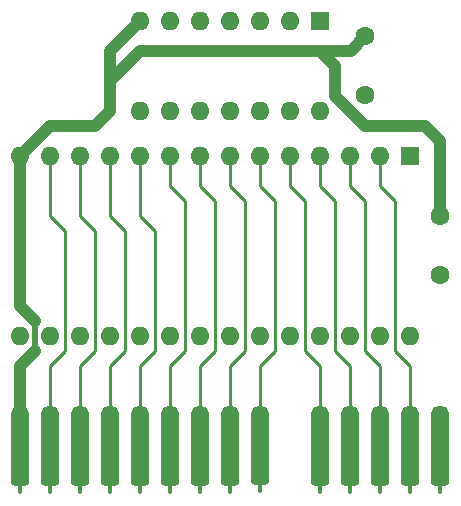
<source format=gbl>
%TF.GenerationSoftware,KiCad,Pcbnew,8.0.6+1*%
%TF.CreationDate,2024-12-12T19:08:46+01:00*%
%TF.ProjectId,full_rom,66756c6c-5f72-46f6-9d2e-6b696361645f,0*%
%TF.SameCoordinates,Original*%
%TF.FileFunction,Copper,L2,Bot*%
%TF.FilePolarity,Positive*%
%FSLAX46Y46*%
G04 Gerber Fmt 4.6, Leading zero omitted, Abs format (unit mm)*
G04 Created by KiCad (PCBNEW 8.0.6+1) date 2024-12-12 19:08:46*
%MOMM*%
%LPD*%
G01*
G04 APERTURE LIST*
G04 Aperture macros list*
%AMRoundRect*
0 Rectangle with rounded corners*
0 $1 Rounding radius*
0 $2 $3 $4 $5 $6 $7 $8 $9 X,Y pos of 4 corners*
0 Add a 4 corners polygon primitive as box body*
4,1,4,$2,$3,$4,$5,$6,$7,$8,$9,$2,$3,0*
0 Add four circle primitives for the rounded corners*
1,1,$1+$1,$2,$3*
1,1,$1+$1,$4,$5*
1,1,$1+$1,$6,$7*
1,1,$1+$1,$8,$9*
0 Add four rect primitives between the rounded corners*
20,1,$1+$1,$2,$3,$4,$5,0*
20,1,$1+$1,$4,$5,$6,$7,0*
20,1,$1+$1,$6,$7,$8,$9,0*
20,1,$1+$1,$8,$9,$2,$3,0*%
G04 Aperture macros list end*
%TA.AperFunction,EtchedComponent*%
%ADD10C,0.300000*%
%TD*%
%TA.AperFunction,ComponentPad*%
%ADD11R,1.600000X1.600000*%
%TD*%
%TA.AperFunction,ComponentPad*%
%ADD12O,1.600000X1.600000*%
%TD*%
%TA.AperFunction,ComponentPad*%
%ADD13C,1.600000*%
%TD*%
%TA.AperFunction,ConnectorPad*%
%ADD14RoundRect,0.762000X-0.000010X-1.738000X0.000010X-1.738000X0.000010X1.738000X-0.000010X1.738000X0*%
%TD*%
%TA.AperFunction,ConnectorPad*%
%ADD15RoundRect,0.228600X-0.533400X-2.271400X0.533400X-2.271400X0.533400X2.271400X-0.533400X2.271400X0*%
%TD*%
%TA.AperFunction,Conductor*%
%ADD16C,1.000000*%
%TD*%
%TA.AperFunction,Conductor*%
%ADD17C,0.500000*%
%TD*%
%TA.AperFunction,Conductor*%
%ADD18C,0.250000*%
%TD*%
%ADD19C,0.350000*%
G04 APERTURE END LIST*
D10*
%TO.C,J1*%
X2540000Y747400D02*
X2540000Y1357000D01*
X5080000Y747400D02*
X5080000Y1357000D01*
X7620000Y772800D02*
X7620000Y1382400D01*
X10160000Y747400D02*
X10160000Y1357000D01*
X12700000Y747400D02*
X12700000Y1382400D01*
X15240000Y772800D02*
X15240000Y1382400D01*
X17780000Y747400D02*
X17780000Y1357000D01*
X20320000Y772800D02*
X20320000Y1382400D01*
X22860000Y812800D02*
X22860000Y1397000D01*
X27940000Y772800D02*
X27940000Y1357000D01*
X30480000Y732800D02*
X30480000Y1270000D01*
X33020000Y732800D02*
X33020000Y1270000D01*
X35560000Y732800D02*
X35560000Y1317000D01*
X38100000Y747400D02*
X38100000Y1357000D01*
%TD*%
D11*
%TO.P,IC2,1,A15*%
%TO.N,/A15*%
X35560000Y29210000D03*
D12*
%TO.P,IC2,2,A12*%
%TO.N,/A12*%
X33020000Y29210000D03*
%TO.P,IC2,3,A7*%
%TO.N,/A7*%
X30480000Y29210000D03*
%TO.P,IC2,4,A6*%
%TO.N,/A6*%
X27940000Y29210000D03*
%TO.P,IC2,5,A5*%
%TO.N,/A5*%
X25400000Y29210000D03*
%TO.P,IC2,6,A4*%
%TO.N,/A4*%
X22860000Y29210000D03*
%TO.P,IC2,7,A3*%
%TO.N,/A3*%
X20320000Y29210000D03*
%TO.P,IC2,8,A2*%
%TO.N,/A2*%
X17780000Y29210000D03*
%TO.P,IC2,9,A1*%
%TO.N,/A1*%
X15240000Y29210000D03*
%TO.P,IC2,10,A0*%
%TO.N,/A0*%
X12700000Y29210000D03*
%TO.P,IC2,11,D0*%
%TO.N,/D0*%
X10160000Y29210000D03*
%TO.P,IC2,12,D1*%
%TO.N,/D1*%
X7620000Y29210000D03*
%TO.P,IC2,13,D2*%
%TO.N,/D2*%
X5080000Y29210000D03*
%TO.P,IC2,14,GND*%
%TO.N,GND*%
X2540000Y29210000D03*
%TO.P,IC2,15,D3*%
%TO.N,/D3*%
X2540000Y13970000D03*
%TO.P,IC2,16,D4*%
%TO.N,/D4*%
X5080000Y13970000D03*
%TO.P,IC2,17,D5*%
%TO.N,/D5*%
X7620000Y13970000D03*
%TO.P,IC2,18,D6*%
%TO.N,/D6*%
X10160000Y13970000D03*
%TO.P,IC2,19,D7*%
%TO.N,/D7*%
X12700000Y13970000D03*
%TO.P,IC2,20,~{CE}*%
%TO.N,/U_ROMOE*%
X15240000Y13970000D03*
%TO.P,IC2,21,A10*%
%TO.N,/A10*%
X17780000Y13970000D03*
%TO.P,IC2,22,~{OE/Vpp}*%
%TO.N,/U_ROMOE*%
X20320000Y13970000D03*
%TO.P,IC2,23,A11*%
%TO.N,/A11*%
X22860000Y13970000D03*
%TO.P,IC2,24,A9*%
%TO.N,/A9*%
X25400000Y13970000D03*
%TO.P,IC2,25,A8*%
%TO.N,/A8*%
X27940000Y13970000D03*
%TO.P,IC2,26,A13*%
%TO.N,/A13*%
X30480000Y13970000D03*
%TO.P,IC2,27,A14*%
%TO.N,/A14*%
X33020000Y13970000D03*
%TO.P,IC2,28,VCC*%
%TO.N,VCC*%
X35560000Y13970000D03*
%TD*%
D13*
%TO.P,C2,1*%
%TO.N,VCC*%
X31750000Y34350000D03*
%TO.P,C2,2*%
%TO.N,GND*%
X31750000Y39350000D03*
%TD*%
D14*
%TO.P,J1,2,N/C*%
%TO.N,unconnected-(J1-N{slash}C-Pad2)_1*%
X38100000Y5548000D03*
D15*
%TO.N,unconnected-(J1-N{slash}C-Pad2)*%
X38100000Y3810000D03*
D14*
%TO.P,J1,4,A12*%
%TO.N,/A12*%
X35560000Y5548000D03*
D15*
X35560000Y3770000D03*
D14*
%TO.P,J1,6,A7*%
%TO.N,/A7*%
X33020000Y5548000D03*
D15*
X33020000Y3770000D03*
D14*
%TO.P,J1,8,A6*%
%TO.N,/A6*%
X30480000Y5548000D03*
D15*
X30480000Y3770000D03*
D14*
%TO.P,J1,10,A5*%
%TO.N,/A5*%
X27940000Y5588000D03*
D15*
X27940000Y3810000D03*
D14*
%TO.P,J1,12,A4*%
%TO.N,/A4*%
X22860000Y5588000D03*
D15*
X22860000Y3850000D03*
D14*
%TO.P,J1,14,A3*%
%TO.N,/A3*%
X20320000Y5548000D03*
D15*
X20320000Y3810000D03*
D14*
%TO.P,J1,16,A2*%
%TO.N,/A2*%
X17780000Y5548000D03*
D15*
X17780000Y3810000D03*
D14*
%TO.P,J1,18,A1*%
%TO.N,/A1*%
X15240000Y5548000D03*
D15*
X15240000Y3820800D03*
D14*
%TO.P,J1,20,A0*%
%TO.N,/A0*%
X12700000Y5548000D03*
D15*
X12700000Y3820800D03*
D14*
%TO.P,J1,22,D0*%
%TO.N,/D0*%
X10160000Y5548000D03*
D15*
X10160000Y3820800D03*
%TO.P,J1,24,D1*%
%TO.N,/D1*%
X7594600Y3820800D03*
D14*
X7620000Y5588000D03*
%TO.P,J1,26,D2*%
%TO.N,/D2*%
X5080000Y5548000D03*
D15*
X5080000Y3810000D03*
D14*
%TO.P,J1,28,GND*%
%TO.N,GND*%
X2540000Y5548000D03*
D15*
X2540000Y3810000D03*
%TD*%
D13*
%TO.P,C1,1*%
%TO.N,VCC*%
X38100000Y19090000D03*
%TO.P,C1,2*%
%TO.N,GND*%
X38100000Y24090000D03*
%TD*%
D11*
%TO.P,IC3,1*%
%TO.N,unconnected-(IC3-Pad1)*%
X27940000Y40620000D03*
D12*
%TO.P,IC3,2*%
%TO.N,unconnected-(IC3-Pad2)*%
X25400000Y40620000D03*
%TO.P,IC3,3*%
%TO.N,unconnected-(IC3-Pad3)*%
X22860000Y40620000D03*
%TO.P,IC3,4*%
%TO.N,unconnected-(IC3-Pad4)*%
X20320000Y40620000D03*
%TO.P,IC3,5*%
%TO.N,unconnected-(IC3-Pad5)*%
X17780000Y40620000D03*
%TO.P,IC3,6*%
%TO.N,unconnected-(IC3-Pad6)*%
X15240000Y40620000D03*
%TO.P,IC3,7,GND*%
%TO.N,GND*%
X12700000Y40620000D03*
%TO.P,IC3,8*%
%TO.N,unconnected-(IC3-Pad8)*%
X12700000Y33000000D03*
%TO.P,IC3,9*%
%TO.N,unconnected-(IC3-Pad9)*%
X15240000Y33000000D03*
%TO.P,IC3,10*%
%TO.N,unconnected-(IC3-Pad10)*%
X17780000Y33000000D03*
%TO.P,IC3,11*%
%TO.N,/U_ROMOE*%
X20320000Y33000000D03*
%TO.P,IC3,12*%
%TO.N,/ROMOE*%
X22860000Y33000000D03*
%TO.P,IC3,13*%
X25400000Y33000000D03*
%TO.P,IC3,14,VCC*%
%TO.N,VCC*%
X27940000Y33000000D03*
%TD*%
D16*
%TO.N,GND*%
X2540000Y5548000D02*
X2540000Y11430000D01*
X12700000Y38100000D02*
X27940000Y38100000D01*
X36830000Y31750000D02*
X38100000Y30480000D01*
X27940000Y38100000D02*
X30500000Y38100000D01*
X31750000Y31750000D02*
X29210000Y34290000D01*
X5080000Y31750000D02*
X2540000Y29210000D01*
X36830000Y31750000D02*
X31750000Y31750000D01*
X10160000Y38080000D02*
X10160000Y35560000D01*
X10160000Y35560000D02*
X10160000Y33020000D01*
X12700000Y40620000D02*
X10160000Y38080000D01*
D17*
X3810000Y15240000D02*
X3810000Y12700000D01*
D16*
X2540000Y29210000D02*
X2540000Y16510000D01*
X2540000Y16510000D02*
X3810000Y15240000D01*
X38100000Y24090000D02*
X38100000Y30480000D01*
X2540000Y11430000D02*
X3810000Y12700000D01*
X29210000Y36830000D02*
X27940000Y38100000D01*
X31750000Y39350000D02*
X30500000Y38100000D01*
X10160000Y33020000D02*
X8890000Y31750000D01*
X29210000Y34290000D02*
X29210000Y36830000D01*
X8890000Y31750000D02*
X5080000Y31750000D01*
X12700000Y38100000D02*
X10160000Y35560000D01*
D18*
%TO.N,/D2*%
X5080000Y5548000D02*
X5080000Y11430000D01*
X5080000Y24130000D02*
X6350000Y22860000D01*
X5080000Y29210000D02*
X5080000Y24130000D01*
X5080000Y11430000D02*
X6350000Y12700000D01*
X6350000Y12700000D02*
X6350000Y22860000D01*
%TO.N,/D1*%
X8890000Y12700000D02*
X8890000Y22860000D01*
X7620000Y29210000D02*
X7620000Y24130000D01*
X7620000Y11430000D02*
X8890000Y12700000D01*
X7620000Y24130000D02*
X8890000Y22860000D01*
X7620000Y5588000D02*
X7620000Y11430000D01*
%TO.N,/D0*%
X10160000Y29210000D02*
X10160000Y24130000D01*
X10160000Y5548000D02*
X10160000Y11430000D01*
X10160000Y24130000D02*
X11430000Y22860000D01*
X11430000Y12700000D02*
X11430000Y22860000D01*
X10160000Y11430000D02*
X11430000Y12700000D01*
%TO.N,/A0*%
X13970000Y12700000D02*
X13970000Y22860000D01*
X12700000Y11430000D02*
X13970000Y12700000D01*
X12700000Y24130000D02*
X12700000Y29210000D01*
X12700000Y5548000D02*
X12700000Y11430000D01*
X13970000Y22860000D02*
X12700000Y24130000D01*
%TO.N,/A1*%
X15240000Y26670000D02*
X16510000Y25400000D01*
X16510000Y12700000D02*
X16510000Y25400000D01*
X15240000Y5548000D02*
X15240000Y11430000D01*
X15240000Y29210000D02*
X15240000Y26670000D01*
X15240000Y11430000D02*
X16510000Y12700000D01*
%TO.N,/A2*%
X19050000Y12700000D02*
X19050000Y25400000D01*
X17780000Y5548000D02*
X17780000Y11430000D01*
X17780000Y29210000D02*
X17780000Y26670000D01*
X17780000Y26670000D02*
X19050000Y25400000D01*
X17780000Y11430000D02*
X19050000Y12700000D01*
%TO.N,/A3*%
X21590000Y12700000D02*
X21590000Y25400000D01*
X20320000Y5548000D02*
X20320000Y11430000D01*
X20320000Y26670000D02*
X21590000Y25400000D01*
X20320000Y11430000D02*
X21590000Y12700000D01*
X20320000Y29210000D02*
X20320000Y26670000D01*
%TO.N,/A4*%
X22860000Y29210000D02*
X22860000Y26670000D01*
X22860000Y26670000D02*
X24130000Y25400000D01*
X24130000Y12700000D02*
X24130000Y25400000D01*
X22860000Y5588000D02*
X22860000Y11430000D01*
X22860000Y11430000D02*
X24130000Y12700000D01*
%TO.N,/A5*%
X27940000Y11430000D02*
X26670000Y12700000D01*
X26670000Y12700000D02*
X26670000Y25400000D01*
X27940000Y5588000D02*
X27940000Y11430000D01*
X25400000Y26670000D02*
X26670000Y25400000D01*
X25400000Y29210000D02*
X25400000Y26670000D01*
%TO.N,/A6*%
X27940000Y29210000D02*
X27940000Y26670000D01*
X29210000Y12700000D02*
X29210000Y25400000D01*
X27940000Y26670000D02*
X29210000Y25400000D01*
X30480000Y11430000D02*
X29210000Y12700000D01*
X30480000Y5548000D02*
X30480000Y11430000D01*
%TO.N,/A7*%
X33020000Y11430000D02*
X31750000Y12700000D01*
X30480000Y26670000D02*
X31750000Y25400000D01*
X33020000Y5548000D02*
X33020000Y11430000D01*
X30480000Y29210000D02*
X30480000Y26670000D01*
X31750000Y12700000D02*
X31750000Y25400000D01*
%TO.N,/A12*%
X35560000Y11430000D02*
X34290000Y12700000D01*
X33020000Y26670000D02*
X34290000Y25400000D01*
X35560000Y5548000D02*
X35560000Y11430000D01*
X34290000Y12700000D02*
X34290000Y25400000D01*
X33020000Y29210000D02*
X33020000Y26670000D01*
%TD*%
D19*
X35560000Y29210000D03*
X33020000Y29210000D03*
X30480000Y29210000D03*
X27940000Y29210000D03*
X25400000Y29210000D03*
X22860000Y29210000D03*
X20320000Y29210000D03*
X17780000Y29210000D03*
X15240000Y29210000D03*
X12700000Y29210000D03*
X10160000Y29210000D03*
X7620000Y29210000D03*
X5080000Y29210000D03*
X2540000Y29210000D03*
X2540000Y13970000D03*
X5080000Y13970000D03*
X7620000Y13970000D03*
X10160000Y13970000D03*
X12700000Y13970000D03*
X15240000Y13970000D03*
X17780000Y13970000D03*
X20320000Y13970000D03*
X22860000Y13970000D03*
X25400000Y13970000D03*
X27940000Y13970000D03*
X30480000Y13970000D03*
X33020000Y13970000D03*
X35560000Y13970000D03*
X31750000Y34350000D03*
X31750000Y39350000D03*
X38100000Y19090000D03*
X38100000Y24090000D03*
X27940000Y40620000D03*
X25400000Y40620000D03*
X22860000Y40620000D03*
X20320000Y40620000D03*
X17780000Y40620000D03*
X15240000Y40620000D03*
X12700000Y40620000D03*
X12700000Y33000000D03*
X15240000Y33000000D03*
X17780000Y33000000D03*
X20320000Y33000000D03*
X22860000Y33000000D03*
X25400000Y33000000D03*
X27940000Y33000000D03*
M02*

</source>
